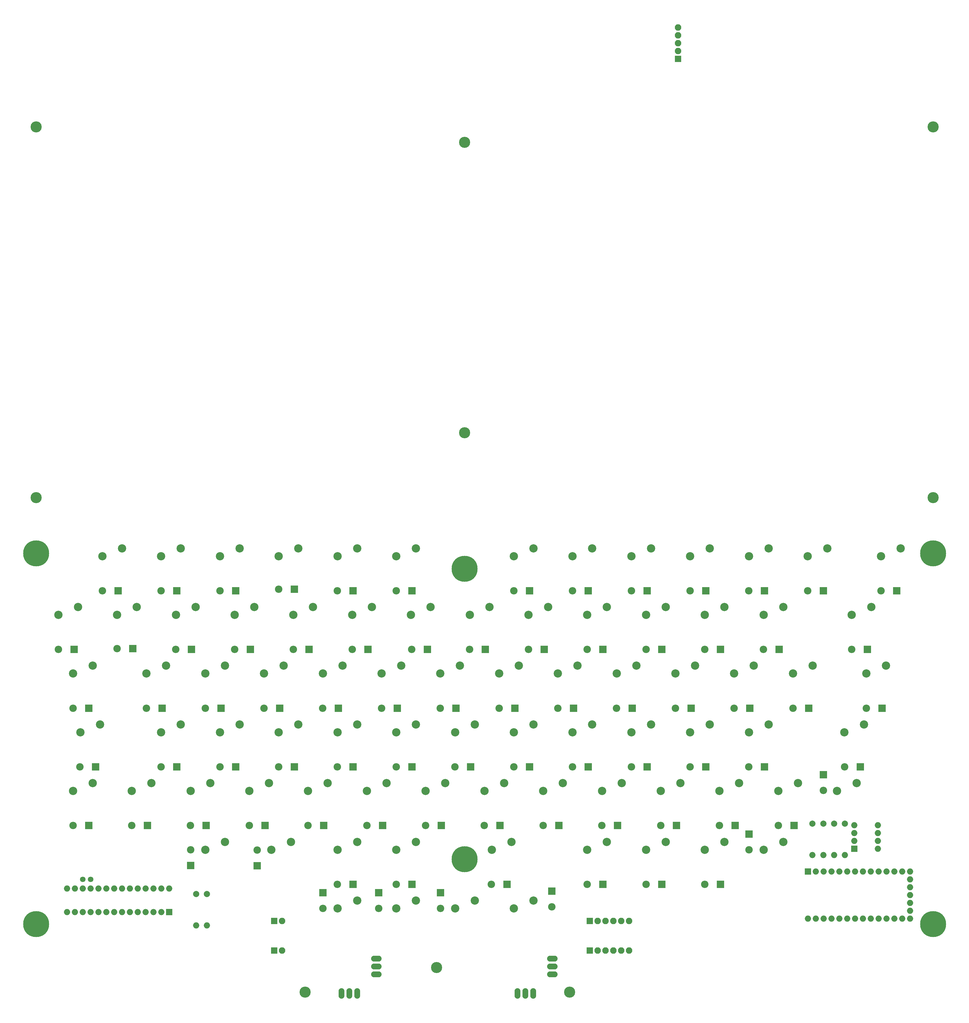
<source format=gbs>
G04 #@! TF.GenerationSoftware,KiCad,Pcbnew,(5.0.0-3-g5ebb6b6)*
G04 #@! TF.CreationDate,2018-10-11T23:35:50+09:00*
G04 #@! TF.ProjectId,asceension,61736365656E73696F6E2E6B69636164,1*
G04 #@! TF.SameCoordinates,PXfde07cc8PYa7cf40c*
G04 #@! TF.FileFunction,Soldermask,Bot*
G04 #@! TF.FilePolarity,Negative*
%FSLAX46Y46*%
G04 Gerber Fmt 4.6, Leading zero omitted, Abs format (unit mm)*
G04 Created by KiCad (PCBNEW (5.0.0-3-g5ebb6b6)) date Thursday, October 11, 2018 at 11:35:50 PM*
%MOMM*%
%LPD*%
G01*
G04 APERTURE LIST*
%ADD10O,3.400000X1.900000*%
%ADD11O,1.900000X3.400000*%
%ADD12C,8.400000*%
%ADD13C,3.600000*%
%ADD14R,2.000000X2.000000*%
%ADD15O,2.000000X2.000000*%
%ADD16C,2.686000*%
%ADD17C,2.000000*%
%ADD18C,1.800000*%
%ADD19R,2.100000X2.100000*%
%ADD20O,2.100000X2.100000*%
%ADD21R,2.400000X2.400000*%
%ADD22O,2.400000X2.400000*%
G04 APERTURE END LIST*
D10*
G04 #@! TO.C,JPAD2*
X180400000Y24840000D03*
X180400000Y22300000D03*
X180400000Y19760000D03*
D11*
X174240000Y13600000D03*
X171700000Y13600000D03*
X169160000Y13600000D03*
G04 #@! TD*
D12*
G04 #@! TO.C,MH*
X13500000Y36000000D03*
G04 #@! TD*
D13*
G04 #@! TO.C,MH*
X303500000Y294000000D03*
G04 #@! TD*
G04 #@! TO.C,MH*
X152000000Y195000000D03*
G04 #@! TD*
G04 #@! TO.C,MH*
X152000000Y289000000D03*
G04 #@! TD*
G04 #@! TO.C,MH*
X13500000Y174000000D03*
G04 #@! TD*
G04 #@! TO.C,MH*
X13500000Y294000000D03*
G04 #@! TD*
G04 #@! TO.C,MH*
X303500000Y174000000D03*
G04 #@! TD*
D12*
G04 #@! TO.C,MH*
X152000000Y57000000D03*
G04 #@! TD*
G04 #@! TO.C,MH*
X152000000Y151000000D03*
G04 #@! TD*
G04 #@! TO.C,MH*
X303500000Y156000000D03*
G04 #@! TD*
G04 #@! TO.C,MH*
X13500000Y156000000D03*
G04 #@! TD*
D13*
G04 #@! TO.C,H13*
X143000000Y22000000D03*
G04 #@! TD*
G04 #@! TO.C,H14*
X186000000Y14000000D03*
G04 #@! TD*
G04 #@! TO.C,H12*
X100500000Y14000000D03*
G04 #@! TD*
D14*
G04 #@! TO.C,U1*
X262999640Y53021100D03*
D15*
X296019640Y37781100D03*
X265539640Y53021100D03*
X293479640Y37781100D03*
X268079640Y53021100D03*
X290939640Y37781100D03*
X270619640Y53021100D03*
X288399640Y37781100D03*
X273159640Y53021100D03*
X285859640Y37781100D03*
X275699640Y53021100D03*
X283319640Y37781100D03*
X278239640Y53021100D03*
X280779640Y37781100D03*
X280779640Y53021100D03*
X278239640Y37781100D03*
X283319640Y53021100D03*
X275699640Y37781100D03*
X285859640Y53021100D03*
X273159640Y37781100D03*
X288399640Y53021100D03*
X270619640Y37781100D03*
X290939640Y53021100D03*
X268079640Y37781100D03*
X293479640Y53021100D03*
X265539640Y37781100D03*
X296019640Y53021100D03*
X262999640Y37781100D03*
X296019640Y50481100D03*
X296019640Y47941100D03*
X296019640Y45401100D03*
X296019640Y42861100D03*
X296019640Y40321100D03*
G04 #@! TD*
D16*
G04 #@! TO.C,SW55*
X167174640Y62631100D03*
X160824640Y60091100D03*
G04 #@! TD*
G04 #@! TO.C,SW34*
X95924640Y62631100D03*
X89574640Y60091100D03*
G04 #@! TD*
G04 #@! TO.C,SW93*
X283549640Y138631100D03*
X277199640Y136091100D03*
G04 #@! TD*
G04 #@! TO.C,SW94*
X288299640Y119631100D03*
X281949640Y117091100D03*
G04 #@! TD*
G04 #@! TO.C,SW4*
X34174640Y100631100D03*
X27824640Y98091100D03*
G04 #@! TD*
G04 #@! TO.C,SW3*
X31799640Y119631100D03*
X25449640Y117091100D03*
G04 #@! TD*
D14*
G04 #@! TO.C,U2*
X56509640Y39901100D03*
D15*
X23489640Y47521100D03*
X53969640Y39901100D03*
X26029640Y47521100D03*
X51429640Y39901100D03*
X28569640Y47521100D03*
X48889640Y39901100D03*
X31109640Y47521100D03*
X46349640Y39901100D03*
X33649640Y47521100D03*
X43809640Y39901100D03*
X36189640Y47521100D03*
X41269640Y39901100D03*
X38729640Y47521100D03*
X38729640Y39901100D03*
X41269640Y47521100D03*
X36189640Y39901100D03*
X43809640Y47521100D03*
X33649640Y39901100D03*
X46349640Y47521100D03*
X31109640Y39901100D03*
X48889640Y47521100D03*
X28569640Y39901100D03*
X51429640Y47521100D03*
X26029640Y39901100D03*
X53969640Y47521100D03*
X23489640Y39901100D03*
X56509640Y47521100D03*
G04 #@! TD*
D17*
G04 #@! TO.C,R6*
X68750000Y45750000D03*
D15*
X68750000Y35590000D03*
G04 #@! TD*
D17*
G04 #@! TO.C,R5*
X65250000Y45750000D03*
D15*
X65250000Y35590000D03*
G04 #@! TD*
D17*
G04 #@! TO.C,R4*
X271500000Y68500000D03*
D15*
X271500000Y58340000D03*
G04 #@! TD*
D17*
G04 #@! TO.C,R3*
X264500000Y68500000D03*
D15*
X264500000Y58340000D03*
G04 #@! TD*
D17*
G04 #@! TO.C,R2*
X275000000Y68500000D03*
D15*
X275000000Y58340000D03*
G04 #@! TD*
D17*
G04 #@! TO.C,R1*
X268000000Y68500000D03*
D15*
X268000000Y58340000D03*
G04 #@! TD*
D10*
G04 #@! TO.C,JPAD1*
X123500000Y24840000D03*
X123500000Y22300000D03*
X123500000Y19760000D03*
D11*
X117340000Y13600000D03*
X114800000Y13600000D03*
X112260000Y13600000D03*
G04 #@! TD*
D14*
G04 #@! TO.C,DSW1*
X278050000Y60400000D03*
D15*
X285670000Y68020000D03*
X278050000Y62940000D03*
X285670000Y65480000D03*
X278050000Y65480000D03*
X285670000Y62940000D03*
X278050000Y68020000D03*
X285670000Y60400000D03*
G04 #@! TD*
D16*
G04 #@! TO.C,SW88*
X281174640Y100631100D03*
X274824640Y98091100D03*
G04 #@! TD*
G04 #@! TO.C,SW82*
X240799640Y81631100D03*
X234449640Y79091100D03*
G04 #@! TD*
G04 #@! TO.C,SW2*
X27049640Y138631100D03*
X20699640Y136091100D03*
G04 #@! TD*
G04 #@! TO.C,SW5*
X31799640Y81631100D03*
X25449640Y79091100D03*
G04 #@! TD*
G04 #@! TO.C,SW8*
X41299640Y157631100D03*
X34949640Y155091100D03*
G04 #@! TD*
G04 #@! TO.C,SW9*
X46049640Y138631100D03*
X39699640Y136091100D03*
G04 #@! TD*
G04 #@! TO.C,SW10*
X55549640Y119631100D03*
X49199640Y117091100D03*
G04 #@! TD*
G04 #@! TO.C,SW11*
X60299640Y100631100D03*
X53949640Y98091100D03*
G04 #@! TD*
G04 #@! TO.C,SW12*
X50799640Y81631100D03*
X44449640Y79091100D03*
G04 #@! TD*
G04 #@! TO.C,SW15*
X60299640Y157631100D03*
X53949640Y155091100D03*
G04 #@! TD*
G04 #@! TO.C,SW16*
X65049640Y138631100D03*
X58699640Y136091100D03*
G04 #@! TD*
G04 #@! TO.C,SW17*
X74549640Y119631100D03*
X68199640Y117091100D03*
G04 #@! TD*
G04 #@! TO.C,SW18*
X79299640Y100631100D03*
X72949640Y98091100D03*
G04 #@! TD*
G04 #@! TO.C,SW19*
X69799640Y81631100D03*
X63449640Y79091100D03*
G04 #@! TD*
G04 #@! TO.C,SW22*
X79299640Y157631100D03*
X72949640Y155091100D03*
G04 #@! TD*
G04 #@! TO.C,SW23*
X84049640Y138631100D03*
X77699640Y136091100D03*
G04 #@! TD*
G04 #@! TO.C,SW24*
X93549640Y119631100D03*
X87199640Y117091100D03*
G04 #@! TD*
G04 #@! TO.C,SW25*
X98299640Y100631100D03*
X91949640Y98091100D03*
G04 #@! TD*
G04 #@! TO.C,SW26*
X88799640Y81631100D03*
X82449640Y79091100D03*
G04 #@! TD*
G04 #@! TO.C,SW27*
X74549640Y62631100D03*
X68199640Y60091100D03*
G04 #@! TD*
G04 #@! TO.C,SW29*
X98299640Y157631100D03*
X91949640Y155091100D03*
G04 #@! TD*
G04 #@! TO.C,SW30*
X103049640Y138631100D03*
X96699640Y136091100D03*
G04 #@! TD*
G04 #@! TO.C,SW31*
X112549640Y119631100D03*
X106199640Y117091100D03*
G04 #@! TD*
G04 #@! TO.C,SW32*
X117299640Y100631100D03*
X110949640Y98091100D03*
G04 #@! TD*
G04 #@! TO.C,SW33*
X107799640Y81631100D03*
X101449640Y79091100D03*
G04 #@! TD*
G04 #@! TO.C,SW36*
X117299640Y157631100D03*
X110949640Y155091100D03*
G04 #@! TD*
G04 #@! TO.C,SW37*
X122049640Y138631100D03*
X115699640Y136091100D03*
G04 #@! TD*
G04 #@! TO.C,SW38*
X131549640Y119631100D03*
X125199640Y117091100D03*
G04 #@! TD*
G04 #@! TO.C,SW39*
X136299640Y100631100D03*
X129949640Y98091100D03*
G04 #@! TD*
G04 #@! TO.C,SW40*
X126799640Y81631100D03*
X120449640Y79091100D03*
G04 #@! TD*
G04 #@! TO.C,SW41*
X117299640Y62631100D03*
X110949640Y60091100D03*
G04 #@! TD*
G04 #@! TO.C,SW42*
X117299640Y43631100D03*
X110949640Y41091100D03*
G04 #@! TD*
G04 #@! TO.C,SW43*
X136299640Y157631100D03*
X129949640Y155091100D03*
G04 #@! TD*
G04 #@! TO.C,SW44*
X141049640Y138631100D03*
X134699640Y136091100D03*
G04 #@! TD*
G04 #@! TO.C,SW45*
X150549640Y119631100D03*
X144199640Y117091100D03*
G04 #@! TD*
G04 #@! TO.C,SW46*
X155299640Y100631100D03*
X148949640Y98091100D03*
G04 #@! TD*
G04 #@! TO.C,SW47*
X145799640Y81631100D03*
X139449640Y79091100D03*
G04 #@! TD*
G04 #@! TO.C,SW48*
X136299640Y62631100D03*
X129949640Y60091100D03*
G04 #@! TD*
G04 #@! TO.C,SW49*
X136299640Y43631100D03*
X129949640Y41091100D03*
G04 #@! TD*
G04 #@! TO.C,SW50*
X174299640Y157631100D03*
X167949640Y155091100D03*
G04 #@! TD*
G04 #@! TO.C,SW51*
X160049640Y138631100D03*
X153699640Y136091100D03*
G04 #@! TD*
G04 #@! TO.C,SW52*
X169549640Y119631100D03*
X163199640Y117091100D03*
G04 #@! TD*
G04 #@! TO.C,SW53*
X174299640Y100631100D03*
X167949640Y98091100D03*
G04 #@! TD*
G04 #@! TO.C,SW54*
X164799640Y81631100D03*
X158449640Y79091100D03*
G04 #@! TD*
G04 #@! TO.C,SW56*
X155299640Y43631100D03*
X148949640Y41091100D03*
G04 #@! TD*
G04 #@! TO.C,SW57*
X193299640Y157631100D03*
X186949640Y155091100D03*
G04 #@! TD*
G04 #@! TO.C,SW58*
X179049640Y138631100D03*
X172699640Y136091100D03*
G04 #@! TD*
G04 #@! TO.C,SW59*
X188549640Y119631100D03*
X182199640Y117091100D03*
G04 #@! TD*
G04 #@! TO.C,SW60*
X193299640Y100631100D03*
X186949640Y98091100D03*
G04 #@! TD*
G04 #@! TO.C,SW61*
X183799640Y81631100D03*
X177449640Y79091100D03*
G04 #@! TD*
G04 #@! TO.C,SW62*
X198049640Y62631100D03*
X191699640Y60091100D03*
G04 #@! TD*
G04 #@! TO.C,SW63*
X174299640Y43631100D03*
X167949640Y41091100D03*
G04 #@! TD*
G04 #@! TO.C,SW64*
X212299640Y157631100D03*
X205949640Y155091100D03*
G04 #@! TD*
G04 #@! TO.C,SW65*
X198049640Y138631100D03*
X191699640Y136091100D03*
G04 #@! TD*
G04 #@! TO.C,SW66*
X207549640Y119631100D03*
X201199640Y117091100D03*
G04 #@! TD*
G04 #@! TO.C,SW67*
X212299640Y100631100D03*
X205949640Y98091100D03*
G04 #@! TD*
G04 #@! TO.C,SW68*
X202799640Y81631100D03*
X196449640Y79091100D03*
G04 #@! TD*
G04 #@! TO.C,SW69*
X217049640Y62631100D03*
X210699640Y60091100D03*
G04 #@! TD*
G04 #@! TO.C,SW71*
X231299640Y157631100D03*
X224949640Y155091100D03*
G04 #@! TD*
G04 #@! TO.C,SW72*
X217049640Y138631100D03*
X210699640Y136091100D03*
G04 #@! TD*
G04 #@! TO.C,SW73*
X226549640Y119631100D03*
X220199640Y117091100D03*
G04 #@! TD*
G04 #@! TO.C,SW74*
X231299640Y100631100D03*
X224949640Y98091100D03*
G04 #@! TD*
G04 #@! TO.C,SW75*
X221799640Y81631100D03*
X215449640Y79091100D03*
G04 #@! TD*
G04 #@! TO.C,SW76*
X236049640Y62631100D03*
X229699640Y60091100D03*
G04 #@! TD*
G04 #@! TO.C,SW78*
X250299640Y157631100D03*
X243949640Y155091100D03*
G04 #@! TD*
G04 #@! TO.C,SW79*
X236049640Y138631100D03*
X229699640Y136091100D03*
G04 #@! TD*
G04 #@! TO.C,SW80*
X245549640Y119631100D03*
X239199640Y117091100D03*
G04 #@! TD*
G04 #@! TO.C,SW81*
X250299640Y100631100D03*
X243949640Y98091100D03*
G04 #@! TD*
G04 #@! TO.C,SW83*
X255049640Y62631100D03*
X248699640Y60091100D03*
G04 #@! TD*
G04 #@! TO.C,SW85*
X269299640Y157631100D03*
X262949640Y155091100D03*
G04 #@! TD*
G04 #@! TO.C,SW86*
X255049640Y138631100D03*
X248699640Y136091100D03*
G04 #@! TD*
G04 #@! TO.C,SW87*
X264549640Y119631100D03*
X258199640Y117091100D03*
G04 #@! TD*
G04 #@! TO.C,SW89*
X259799640Y81631100D03*
X253449640Y79091100D03*
G04 #@! TD*
G04 #@! TO.C,SW92*
X293049640Y157631100D03*
X286699640Y155091100D03*
G04 #@! TD*
G04 #@! TO.C,SW96*
X278799640Y81631100D03*
X272449640Y79091100D03*
G04 #@! TD*
D18*
G04 #@! TO.C,C1*
X31100000Y50500000D03*
X28600000Y50500000D03*
G04 #@! TD*
D19*
G04 #@! TO.C,J1*
X192500000Y27500000D03*
D20*
X195040000Y27500000D03*
X197580000Y27500000D03*
X200120000Y27500000D03*
X202660000Y27500000D03*
X205200000Y27500000D03*
G04 #@! TD*
D19*
G04 #@! TO.C,J2*
X192500000Y37000000D03*
D20*
X195040000Y37000000D03*
X197580000Y37000000D03*
X200120000Y37000000D03*
X202660000Y37000000D03*
X205200000Y37000000D03*
G04 #@! TD*
D19*
G04 #@! TO.C,J3*
X90500000Y27500000D03*
D20*
X93040000Y27500000D03*
G04 #@! TD*
D19*
G04 #@! TO.C,J4*
X90500000Y37000000D03*
D20*
X93040000Y37000000D03*
G04 #@! TD*
D21*
G04 #@! TO.C,D2*
X25759640Y124901100D03*
D22*
X20679640Y124901100D03*
G04 #@! TD*
D21*
G04 #@! TO.C,D3*
X30509640Y105901100D03*
D22*
X25429640Y105901100D03*
G04 #@! TD*
D21*
G04 #@! TO.C,D4*
X32759640Y86901100D03*
D22*
X27679640Y86901100D03*
G04 #@! TD*
D21*
G04 #@! TO.C,D5*
X30509640Y67901100D03*
D22*
X25429640Y67901100D03*
G04 #@! TD*
D21*
G04 #@! TO.C,D9*
X44759640Y125151100D03*
D22*
X39679640Y125151100D03*
G04 #@! TD*
D21*
G04 #@! TO.C,D10*
X54259640Y105901100D03*
D22*
X49179640Y105901100D03*
G04 #@! TD*
D21*
G04 #@! TO.C,D11*
X59009640Y86901100D03*
D22*
X53929640Y86901100D03*
G04 #@! TD*
D21*
G04 #@! TO.C,D12*
X49509640Y67901100D03*
D22*
X44429640Y67901100D03*
G04 #@! TD*
D21*
G04 #@! TO.C,D15*
X59009640Y143901100D03*
D22*
X53929640Y143901100D03*
G04 #@! TD*
D21*
G04 #@! TO.C,D16*
X63759640Y124901100D03*
D22*
X58679640Y124901100D03*
G04 #@! TD*
D21*
G04 #@! TO.C,D17*
X73259640Y105901100D03*
D22*
X68179640Y105901100D03*
G04 #@! TD*
D21*
G04 #@! TO.C,D18*
X78009640Y86901100D03*
D22*
X72929640Y86901100D03*
G04 #@! TD*
D21*
G04 #@! TO.C,D19*
X68509640Y67901100D03*
D22*
X63429640Y67901100D03*
G04 #@! TD*
D21*
G04 #@! TO.C,D22*
X78009640Y143901100D03*
D22*
X72929640Y143901100D03*
G04 #@! TD*
D21*
G04 #@! TO.C,D23*
X82759640Y124901100D03*
D22*
X77679640Y124901100D03*
G04 #@! TD*
D21*
G04 #@! TO.C,D24*
X92259640Y105901100D03*
D22*
X87179640Y105901100D03*
G04 #@! TD*
D21*
G04 #@! TO.C,D25*
X97009640Y86901100D03*
D22*
X91929640Y86901100D03*
G04 #@! TD*
D21*
G04 #@! TO.C,D26*
X87509640Y67901100D03*
D22*
X82429640Y67901100D03*
G04 #@! TD*
D21*
G04 #@! TO.C,D27*
X63500000Y55000000D03*
D22*
X63500000Y60080000D03*
G04 #@! TD*
D21*
G04 #@! TO.C,D29*
X97009640Y144401100D03*
D22*
X91929640Y144401100D03*
G04 #@! TD*
D21*
G04 #@! TO.C,D30*
X101759640Y124901100D03*
D22*
X96679640Y124901100D03*
G04 #@! TD*
D21*
G04 #@! TO.C,D31*
X111259640Y105901100D03*
D22*
X106179640Y105901100D03*
G04 #@! TD*
D21*
G04 #@! TO.C,D32*
X116009640Y86901100D03*
D22*
X110929640Y86901100D03*
G04 #@! TD*
D21*
G04 #@! TO.C,D33*
X106509640Y67901100D03*
D22*
X101429640Y67901100D03*
G04 #@! TD*
D21*
G04 #@! TO.C,D34*
X85009640Y54901100D03*
D22*
X85009640Y59981100D03*
G04 #@! TD*
D21*
G04 #@! TO.C,D36*
X116009640Y143901100D03*
D22*
X110929640Y143901100D03*
G04 #@! TD*
D21*
G04 #@! TO.C,D37*
X120759640Y124901100D03*
D22*
X115679640Y124901100D03*
G04 #@! TD*
D21*
G04 #@! TO.C,D38*
X130259640Y105901100D03*
D22*
X125179640Y105901100D03*
G04 #@! TD*
D21*
G04 #@! TO.C,D39*
X135009640Y86901100D03*
D22*
X129929640Y86901100D03*
G04 #@! TD*
D21*
G04 #@! TO.C,D40*
X125509640Y67901100D03*
D22*
X120429640Y67901100D03*
G04 #@! TD*
D21*
G04 #@! TO.C,D41*
X116009640Y48901100D03*
D22*
X110929640Y48901100D03*
G04 #@! TD*
D21*
G04 #@! TO.C,D42*
X106259640Y46151100D03*
D22*
X106259640Y41071100D03*
G04 #@! TD*
D21*
G04 #@! TO.C,D43*
X135009640Y143901100D03*
D22*
X129929640Y143901100D03*
G04 #@! TD*
D21*
G04 #@! TO.C,D44*
X140009640Y124901100D03*
D22*
X134929640Y124901100D03*
G04 #@! TD*
D21*
G04 #@! TO.C,D45*
X149259640Y105901100D03*
D22*
X144179640Y105901100D03*
G04 #@! TD*
D21*
G04 #@! TO.C,D46*
X154009640Y86901100D03*
D22*
X148929640Y86901100D03*
G04 #@! TD*
D21*
G04 #@! TO.C,D47*
X144509640Y67901100D03*
D22*
X139429640Y67901100D03*
G04 #@! TD*
D21*
G04 #@! TO.C,D48*
X135009640Y48901100D03*
D22*
X129929640Y48901100D03*
G04 #@! TD*
D21*
G04 #@! TO.C,D49*
X124259640Y46151100D03*
D22*
X124259640Y41071100D03*
G04 #@! TD*
D21*
G04 #@! TO.C,D50*
X173009640Y143901100D03*
D22*
X167929640Y143901100D03*
G04 #@! TD*
D21*
G04 #@! TO.C,D51*
X158759640Y124901100D03*
D22*
X153679640Y124901100D03*
G04 #@! TD*
D21*
G04 #@! TO.C,D52*
X168259640Y105901100D03*
D22*
X163179640Y105901100D03*
G04 #@! TD*
D21*
G04 #@! TO.C,D53*
X173009640Y86901100D03*
D22*
X167929640Y86901100D03*
G04 #@! TD*
D21*
G04 #@! TO.C,D54*
X163509640Y67901100D03*
D22*
X158429640Y67901100D03*
G04 #@! TD*
D21*
G04 #@! TO.C,D55*
X165759640Y48901100D03*
D22*
X160679640Y48901100D03*
G04 #@! TD*
D21*
G04 #@! TO.C,D56*
X144259640Y46151100D03*
D22*
X144259640Y41071100D03*
G04 #@! TD*
D21*
G04 #@! TO.C,D57*
X192009640Y143901100D03*
D22*
X186929640Y143901100D03*
G04 #@! TD*
D21*
G04 #@! TO.C,D58*
X177759640Y124901100D03*
D22*
X172679640Y124901100D03*
G04 #@! TD*
D21*
G04 #@! TO.C,D59*
X187259640Y105901100D03*
D22*
X182179640Y105901100D03*
G04 #@! TD*
D21*
G04 #@! TO.C,D60*
X192009640Y86901100D03*
D22*
X186929640Y86901100D03*
G04 #@! TD*
D21*
G04 #@! TO.C,D61*
X182509640Y67901100D03*
D22*
X177429640Y67901100D03*
G04 #@! TD*
D21*
G04 #@! TO.C,D62*
X196759640Y48901100D03*
D22*
X191679640Y48901100D03*
G04 #@! TD*
D21*
G04 #@! TO.C,D63*
X180259640Y46651100D03*
D22*
X180259640Y41571100D03*
G04 #@! TD*
D21*
G04 #@! TO.C,D64*
X211009640Y143901100D03*
D22*
X205929640Y143901100D03*
G04 #@! TD*
D21*
G04 #@! TO.C,D65*
X196759640Y124901100D03*
D22*
X191679640Y124901100D03*
G04 #@! TD*
D21*
G04 #@! TO.C,D66*
X206259640Y105901100D03*
D22*
X201179640Y105901100D03*
G04 #@! TD*
D21*
G04 #@! TO.C,D67*
X211009640Y86901100D03*
D22*
X205929640Y86901100D03*
G04 #@! TD*
D21*
G04 #@! TO.C,D68*
X201509640Y67901100D03*
D22*
X196429640Y67901100D03*
G04 #@! TD*
D21*
G04 #@! TO.C,D69*
X215759640Y48901100D03*
D22*
X210679640Y48901100D03*
G04 #@! TD*
D21*
G04 #@! TO.C,D71*
X230009640Y143901100D03*
D22*
X224929640Y143901100D03*
G04 #@! TD*
D21*
G04 #@! TO.C,D72*
X215759640Y124901100D03*
D22*
X210679640Y124901100D03*
G04 #@! TD*
D21*
G04 #@! TO.C,D73*
X225259640Y105901100D03*
D22*
X220179640Y105901100D03*
G04 #@! TD*
D21*
G04 #@! TO.C,D74*
X230009640Y86901100D03*
D22*
X224929640Y86901100D03*
G04 #@! TD*
D21*
G04 #@! TO.C,D75*
X220509640Y67901100D03*
D22*
X215429640Y67901100D03*
G04 #@! TD*
D21*
G04 #@! TO.C,D76*
X234759640Y48901100D03*
D22*
X229679640Y48901100D03*
G04 #@! TD*
D21*
G04 #@! TO.C,D78*
X249009640Y143901100D03*
D22*
X243929640Y143901100D03*
G04 #@! TD*
D21*
G04 #@! TO.C,D79*
X234759640Y124901100D03*
D22*
X229679640Y124901100D03*
G04 #@! TD*
D21*
G04 #@! TO.C,D80*
X244259640Y105901100D03*
D22*
X239179640Y105901100D03*
G04 #@! TD*
D21*
G04 #@! TO.C,D81*
X249009640Y86901100D03*
D22*
X243929640Y86901100D03*
G04 #@! TD*
D21*
G04 #@! TO.C,D82*
X239509640Y67901100D03*
D22*
X234429640Y67901100D03*
G04 #@! TD*
D21*
G04 #@! TO.C,D83*
X244009640Y65151100D03*
D22*
X244009640Y60071100D03*
G04 #@! TD*
D21*
G04 #@! TO.C,D85*
X268009640Y143901100D03*
D22*
X262929640Y143901100D03*
G04 #@! TD*
D21*
G04 #@! TO.C,D86*
X253759640Y124901100D03*
D22*
X248679640Y124901100D03*
G04 #@! TD*
D21*
G04 #@! TO.C,D87*
X263259640Y105901100D03*
D22*
X258179640Y105901100D03*
G04 #@! TD*
D21*
G04 #@! TO.C,D88*
X280009640Y86901100D03*
D22*
X274929640Y86901100D03*
G04 #@! TD*
D21*
G04 #@! TO.C,D89*
X258509640Y67901100D03*
D22*
X253429640Y67901100D03*
G04 #@! TD*
D21*
G04 #@! TO.C,D92*
X291759640Y143901100D03*
D22*
X286679640Y143901100D03*
G04 #@! TD*
D21*
G04 #@! TO.C,D93*
X282259640Y124901100D03*
D22*
X277179640Y124901100D03*
G04 #@! TD*
D21*
G04 #@! TO.C,D94*
X287009640Y105901100D03*
D22*
X281929640Y105901100D03*
G04 #@! TD*
D21*
G04 #@! TO.C,D96*
X268009640Y84401100D03*
D22*
X268009640Y79321100D03*
G04 #@! TD*
D21*
G04 #@! TO.C,D8*
X40009640Y143901100D03*
D22*
X34929640Y143901100D03*
G04 #@! TD*
D12*
G04 #@! TO.C,MH*
X303500000Y36000000D03*
G04 #@! TD*
D19*
G04 #@! TO.C,J5*
X221000000Y316000000D03*
D20*
X221000000Y318540000D03*
X221000000Y321080000D03*
X221000000Y323620000D03*
X221000000Y326160000D03*
G04 #@! TD*
M02*

</source>
